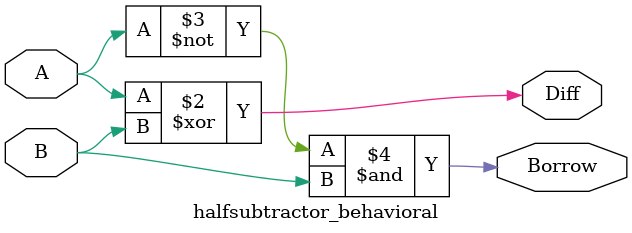
<source format=v>
module halfsubtractor_behavioral(input A, B, output reg Diff, Borrow);
  always @(*) begin
    Diff = A ^ B;
    Borrow = (~A) & B;
  end
endmodule

</source>
